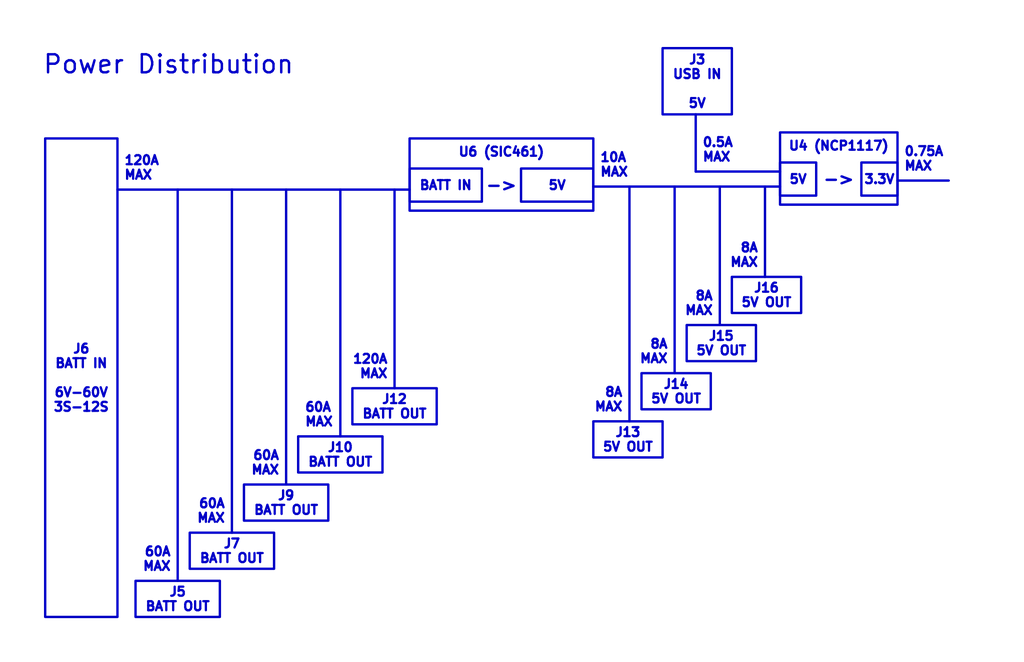
<source format=kicad_sch>
(kicad_sch (version 20230121) (generator eeschema)
  (paper "B")
  (title_block (title "Power Tree") (date "2025-08-13") (rev "A") (company "AeroNU - FixedWing") (comment 1 "Matthew Friedman"))
  (lib_symbols)
  (polyline (pts (xy 303.53 137.16) (xy 303.53 78.74)) (stroke (width 1)))
  (polyline (pts (xy 265.43 177.8) (xy 265.43 78.74)) (stroke (width 1)))
  (polyline (pts (xy 143.51 184.15) (xy 143.51 80.01)) (stroke (width 1)))
  (polyline (pts (xy 250.19 78.74) (xy 328.93 78.74)) (stroke (width 1)))
  (polyline (pts (xy 120.65 204.47) (xy 120.65 80.01)) (stroke (width 1)))
  (polyline (pts (xy 328.93 72.39) (xy 293.37 72.39)) (stroke (width 1)))
  (polyline (pts (xy 74.93 80.01) (xy 83.82 80.01)))
  (polyline (pts (xy 322.58 78.74) (xy 322.58 116.84)) (stroke (width 1)))
  (polyline (pts (xy 97.79 224.79) (xy 97.79 80.01)) (stroke (width 1)))
  (polyline (pts (xy 284.48 157.48) (xy 284.48 78.74)) (stroke (width 1)))
  (polyline (pts (xy 166.37 163.83) (xy 166.37 80.01)) (stroke (width 1)))
  (polyline (pts (xy 97.79 80.01) (xy 172.72 80.01)) (stroke (width 1)))
  (polyline (pts (xy 378.46 76.2) (xy 400.05 76.2)) (stroke (width 1)))
  (polyline (pts (xy 293.37 72.39) (xy 293.37 48.26)) (stroke (width 1)))
  (polyline (pts (xy 97.79 80.01) (xy 74.93 80.01)) (stroke (width 1)))
  (polyline (pts (xy 74.93 80.01) (xy 74.93 245.11)) (stroke (width 1)))
  (polyline (pts (xy 49.53 80.01) (xy 74.93 80.01)) (stroke (width 1)))
  (text_box "J3\nUSB IN\n\n5V" (at 279.4 20.32 0) (size 29.21 27.94) (stroke (width 1)) (effects (font (size 3.81 3.81) (thickness 1.016) bold)))
  (text_box "J6\nBATT IN\n\n6V-60V\n3S-12S" (at 19.05 58.42 0) (size 30.48 201.93) (stroke (width 1)) (effects (font (size 3.81 3.81) (thickness 1.016) bold)))
  (text_box "J14\n5V OUT" (at 270.51 157.48 0) (size 29.21 15.24) (stroke (width 1)) (effects (font (size 3.81 3.81) (thickness 1.016) bold)))
  (text_box "U6 (SIC461)" (at 172.72 58.42 0) (size 77.47 30.48) (stroke (width 1)) (effects (font (size 3.81 3.81) (thickness 1.016) bold) (justify top)))
  (text_box "J10\nBATT OUT" (at 125.73 184.15 0) (size 35.56 15.24) (stroke (width 1)) (effects (font (size 3.81 3.81) (thickness 1.016) bold)))
  (text_box "BATT IN" (at 172.72 71.12 0) (size 30.48 13.97) (stroke (width 1)) (effects (font (size 3.81 3.81) (thickness 1.016) bold)))
  (text_box "U4 (NCP1117)" (at 328.93 55.88 0) (size 49.53 30.48) (stroke (width 1)) (effects (font (size 3.81 3.81) (thickness 1.016) bold) (justify top)))
  (text_box "J9\nBATT OUT" (at 102.87 204.47 0) (size 35.56 15.24) (stroke (width 1)) (effects (font (size 3.81 3.81) (thickness 1.016) bold)))
  (text_box "3.3V" (at 363.22 68.58 0) (size 15.24 13.97) (stroke (width 1)) (effects (font (size 3.81 3.81) (thickness 1.016) bold)))
  (text_box "J16\n5V OUT" (at 308.61 116.84 0) (size 29.21 15.24) (stroke (width 1)) (effects (font (size 3.81 3.81) (thickness 1.016) bold)))
  (text_box "J12\nBATT OUT" (at 148.59 163.83 0) (size 35.56 15.24) (stroke (width 1)) (effects (font (size 3.81 3.81) (thickness 1.016) bold)))
  (text_box "J5\nBATT OUT" (at 57.15 245.11 0) (size 35.56 15.24) (stroke (width 1)) (effects (font (size 3.81 3.81) (thickness 1.016) bold)))
  (text_box "J7\nBATT OUT" (at 80.01 224.79 0) (size 35.56 15.24) (stroke (width 1)) (effects (font (size 3.81 3.81) (thickness 1.016) bold)))
  (text_box "J15\n5V OUT" (at 289.56 137.16 0) (size 29.21 15.24) (stroke (width 1)) (effects (font (size 3.81 3.81) (thickness 1.016) bold)))
  (text_box "J13\n5V OUT" (at 250.19 177.8 0) (size 29.21 15.24) (stroke (width 1)) (effects (font (size 3.81 3.81) (thickness 1.016) bold)))
  (text_box "5V" (at 219.71 71.12 0) (size 30.48 13.97) (stroke (width 1)) (effects (font (size 3.81 3.81) (thickness 1.016) bold)))
  (text_box "5V" (at 328.93 68.58 0) (size 15.24 13.97) (stroke (width 1)) (effects (font (size 3.81 3.81) (thickness 1.016) bold)))
  (text "8A\nMAX" (at 300.99 133.35 0) (effects (font (size 3.81 3.81) (thickness 1.016) bold) (justify right bottom)))
  (text "10A\nMAX" (at 252.73 74.93 0) (effects (font (size 3.81 3.81) (thickness 1.016) bold) (justify left bottom)))
  (text "0.5A\nMAX" (at 295.91 68.58 0) (effects (font (size 3.81 3.81) (thickness 1.016) bold) (justify left bottom)))
  (text "60A\nMAX" (at 118.11 200.66 0) (effects (font (size 3.81 3.81) (thickness 1.016) bold) (justify right bottom)))
  (text "60A\nMAX" (at 72.39 241.3 0) (effects (font (size 3.81 3.81) (thickness 1.016) bold) (justify right bottom)))
  (text "Power Distribution" (at 17.78 31.75 0) (effects (font (size 7.62 7.62) (thickness 1.016) bold) (justify left bottom)))
  (text "60A\nMAX" (at 128.27 180.34 0) (effects (font (size 3.81 3.81) (thickness 1.016) bold) (justify left bottom)))
  (text "0.75A\nMAX" (at 381 72.39 0) (effects (font (size 3.81 3.81) (thickness 1.016) bold) (justify left bottom)))
  (text "->" (at 204.47 81.28 0) (effects (font (size 5.08 5.08) (thickness 1.016) bold) (justify left bottom)))
  (text "60A\nMAX" (at 95.25 220.98 0) (effects (font (size 3.81 3.81) (thickness 1.016) bold) (justify right bottom)))
  (text "->" (at 346.71 78.74 0) (effects (font (size 5.08 5.08) (thickness 1.016) bold) (justify left bottom)))
  (text "8A\nMAX" (at 262.89 173.99 0) (effects (font (size 3.81 3.81) (thickness 1.016) bold) (justify right bottom)))
  (text "8A\nMAX" (at 281.94 153.67 0) (effects (font (size 3.81 3.81) (thickness 1.016) bold) (justify right bottom)))
  (text "8A\nMAX" (at 320.04 113.03 0) (effects (font (size 3.81 3.81) (thickness 1.016) bold) (justify right bottom)))
  (text "120A\nMAX" (at 163.83 160.02 0) (effects (font (size 3.81 3.81) (thickness 1.016) bold) (justify right bottom)))
  (text "120A\nMAX" (at 52.07 76.2 0) (effects (font (size 3.81 3.81) (thickness 1.016) bold) (justify left bottom)))
)
</source>
